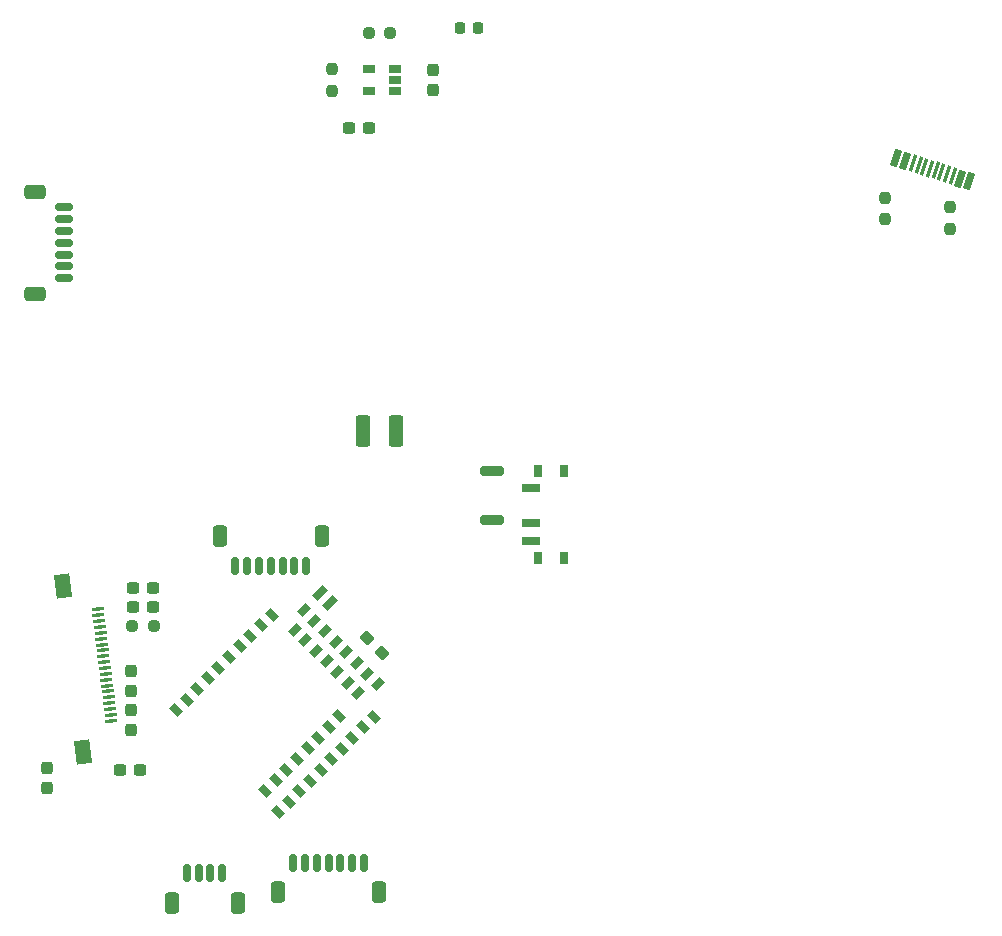
<source format=gbp>
%TF.GenerationSoftware,KiCad,Pcbnew,(5.99.0-12380-gca33ec05df)*%
%TF.CreationDate,2021-09-27T09:59:53+10:00*%
%TF.ProjectId,anaphase,616e6170-6861-4736-952e-6b696361645f,rev?*%
%TF.SameCoordinates,Original*%
%TF.FileFunction,Paste,Bot*%
%TF.FilePolarity,Positive*%
%FSLAX46Y46*%
G04 Gerber Fmt 4.6, Leading zero omitted, Abs format (unit mm)*
G04 Created by KiCad (PCBNEW (5.99.0-12380-gca33ec05df)) date 2021-09-27 09:59:53*
%MOMM*%
%LPD*%
G01*
G04 APERTURE LIST*
G04 Aperture macros list*
%AMRoundRect*
0 Rectangle with rounded corners*
0 $1 Rounding radius*
0 $2 $3 $4 $5 $6 $7 $8 $9 X,Y pos of 4 corners*
0 Add a 4 corners polygon primitive as box body*
4,1,4,$2,$3,$4,$5,$6,$7,$8,$9,$2,$3,0*
0 Add four circle primitives for the rounded corners*
1,1,$1+$1,$2,$3*
1,1,$1+$1,$4,$5*
1,1,$1+$1,$6,$7*
1,1,$1+$1,$8,$9*
0 Add four rect primitives between the rounded corners*
20,1,$1+$1,$2,$3,$4,$5,0*
20,1,$1+$1,$4,$5,$6,$7,0*
20,1,$1+$1,$6,$7,$8,$9,0*
20,1,$1+$1,$8,$9,$2,$3,0*%
%AMRotRect*
0 Rectangle, with rotation*
0 The origin of the aperture is its center*
0 $1 length*
0 $2 width*
0 $3 Rotation angle, in degrees counterclockwise*
0 Add horizontal line*
21,1,$1,$2,0,0,$3*%
G04 Aperture macros list end*
%ADD10RoundRect,0.237500X0.237500X-0.300000X0.237500X0.300000X-0.237500X0.300000X-0.237500X-0.300000X0*%
%ADD11R,1.060000X0.650000*%
%ADD12RoundRect,0.237500X-0.300000X-0.237500X0.300000X-0.237500X0.300000X0.237500X-0.300000X0.237500X0*%
%ADD13RoundRect,0.218750X-0.218750X-0.256250X0.218750X-0.256250X0.218750X0.256250X-0.218750X0.256250X0*%
%ADD14RoundRect,0.237500X0.250000X0.237500X-0.250000X0.237500X-0.250000X-0.237500X0.250000X-0.237500X0*%
%ADD15RoundRect,0.237500X-0.237500X0.250000X-0.237500X-0.250000X0.237500X-0.250000X0.237500X0.250000X0*%
%ADD16RoundRect,0.150000X-0.625000X0.150000X-0.625000X-0.150000X0.625000X-0.150000X0.625000X0.150000X0*%
%ADD17RoundRect,0.250000X-0.650000X0.350000X-0.650000X-0.350000X0.650000X-0.350000X0.650000X0.350000X0*%
%ADD18RotRect,0.600000X1.200000X135.000000*%
%ADD19RoundRect,0.150000X-0.150000X-0.625000X0.150000X-0.625000X0.150000X0.625000X-0.150000X0.625000X0*%
%ADD20RoundRect,0.250000X-0.350000X-0.650000X0.350000X-0.650000X0.350000X0.650000X-0.350000X0.650000X0*%
%ADD21RotRect,0.650000X1.000000X225.000000*%
%ADD22RotRect,0.650000X1.000000X135.000000*%
%ADD23RoundRect,0.237500X0.300000X0.237500X-0.300000X0.237500X-0.300000X-0.237500X0.300000X-0.237500X0*%
%ADD24RotRect,0.600000X1.450000X342.000000*%
%ADD25RotRect,0.300000X1.450000X342.000000*%
%ADD26RoundRect,0.237500X0.371231X-0.035355X-0.035355X0.371231X-0.371231X0.035355X0.035355X-0.371231X0*%
%ADD27RoundRect,0.150000X0.150000X0.625000X-0.150000X0.625000X-0.150000X-0.625000X0.150000X-0.625000X0*%
%ADD28RoundRect,0.250000X0.350000X0.650000X-0.350000X0.650000X-0.350000X-0.650000X0.350000X-0.650000X0*%
%ADD29RoundRect,0.237500X-0.237500X0.300000X-0.237500X-0.300000X0.237500X-0.300000X0.237500X0.300000X0*%
%ADD30RoundRect,0.200000X-0.800000X0.200000X-0.800000X-0.200000X0.800000X-0.200000X0.800000X0.200000X0*%
%ADD31RotRect,0.300000X1.000000X97.000000*%
%ADD32RotRect,2.000000X1.300000X97.000000*%
%ADD33RoundRect,0.250000X0.375000X1.075000X-0.375000X1.075000X-0.375000X-1.075000X0.375000X-1.075000X0*%
%ADD34RoundRect,0.237500X-0.250000X-0.237500X0.250000X-0.237500X0.250000X0.237500X-0.250000X0.237500X0*%
%ADD35R,0.800000X1.000000*%
%ADD36R,1.500000X0.700000*%
G04 APERTURE END LIST*
D10*
%TO.C,C8*%
X109900000Y-104662500D03*
X109900000Y-102937500D03*
%TD*%
D11*
%TO.C,U4*%
X132200000Y-51950000D03*
X132200000Y-52900000D03*
X132200000Y-53850000D03*
X130000000Y-53850000D03*
X130000000Y-51950000D03*
%TD*%
D12*
%TO.C,C2*%
X128337500Y-57000000D03*
X130062500Y-57000000D03*
%TD*%
D13*
%TO.C,D2*%
X137712500Y-48500000D03*
X139287500Y-48500000D03*
%TD*%
D14*
%TO.C,R8*%
X131812500Y-48900000D03*
X129987500Y-48900000D03*
%TD*%
D15*
%TO.C,R4*%
X179200000Y-63687500D03*
X179200000Y-65512500D03*
%TD*%
D16*
%TO.C,J6*%
X104225000Y-63700000D03*
X104225000Y-64700000D03*
X104225000Y-65700000D03*
X104225000Y-66700000D03*
X104225000Y-67700000D03*
X104225000Y-68700000D03*
X104225000Y-69700000D03*
D17*
X101700000Y-71000000D03*
X101700000Y-62400000D03*
%TD*%
D18*
%TO.C,Y2*%
X126724264Y-97224264D03*
X125875736Y-96375736D03*
%TD*%
D19*
%TO.C,J12*%
X114600000Y-120075000D03*
X115600000Y-120075000D03*
X116600000Y-120075000D03*
X117600000Y-120075000D03*
D20*
X118900000Y-122600000D03*
X113300000Y-122600000D03*
%TD*%
D21*
%TO.C,U2*%
X113683586Y-106262842D03*
X114581612Y-105364816D03*
X115479638Y-104466791D03*
X116377663Y-103568765D03*
X117275689Y-102670739D03*
X118173715Y-101772714D03*
X119071740Y-100874688D03*
X119969766Y-99976662D03*
X120867791Y-99078637D03*
X121765817Y-98180611D03*
D22*
X124500906Y-97777560D03*
X123741473Y-99437847D03*
X125398932Y-98675586D03*
X124639499Y-100335873D03*
X126296957Y-99573612D03*
X125537525Y-101233898D03*
X127194983Y-100471637D03*
X126435550Y-102131924D03*
X128093008Y-101369663D03*
X127333576Y-103029950D03*
X128991034Y-102267688D03*
X128231601Y-103927975D03*
X129889060Y-103165714D03*
X129129627Y-104826001D03*
X130787085Y-104063740D03*
D21*
X130419390Y-106834184D03*
X129521364Y-107732210D03*
X127513181Y-106801657D03*
X128623339Y-108630235D03*
X126615155Y-107699683D03*
X127725313Y-109528261D03*
X125717130Y-108597708D03*
X126827287Y-110426286D03*
X124819104Y-109495734D03*
X125929262Y-111324312D03*
X123921078Y-110393760D03*
X125031236Y-112222338D03*
X123023053Y-111291785D03*
X124133210Y-113120363D03*
X122125027Y-112189811D03*
X123235185Y-114018389D03*
X121227002Y-113087836D03*
X122337159Y-114916415D03*
%TD*%
D10*
%TO.C,C16*%
X102800000Y-112862500D03*
X102800000Y-111137500D03*
%TD*%
D23*
%TO.C,C10*%
X111762500Y-97500000D03*
X110037500Y-97500000D03*
%TD*%
D19*
%TO.C,J10*%
X123600000Y-119175000D03*
X124600000Y-119175000D03*
X125600000Y-119175000D03*
X126600000Y-119175000D03*
X127600000Y-119175000D03*
X128600000Y-119175000D03*
X129600000Y-119175000D03*
D20*
X122300000Y-121700000D03*
X130900000Y-121700000D03*
%TD*%
D15*
%TO.C,R6*%
X126900000Y-51987500D03*
X126900000Y-53812500D03*
%TD*%
D24*
%TO.C,J2*%
X174669093Y-59492718D03*
X175429938Y-59739932D03*
D25*
X176571206Y-60110752D03*
X177522262Y-60419769D03*
X177997790Y-60574278D03*
X178948847Y-60883295D03*
D24*
X180090115Y-61254115D03*
X180850960Y-61501329D03*
X180850960Y-61501329D03*
X180090115Y-61254115D03*
D25*
X179424375Y-61037803D03*
X178473319Y-60728786D03*
X177046734Y-60265261D03*
X176095677Y-59956244D03*
D24*
X175429938Y-59739932D03*
X174669093Y-59492718D03*
%TD*%
D23*
%TO.C,C14*%
X110662500Y-111300000D03*
X108937500Y-111300000D03*
%TD*%
D26*
%TO.C,L2*%
X131118718Y-101418718D03*
X129881282Y-100181282D03*
%TD*%
D10*
%TO.C,C6*%
X109900000Y-107962500D03*
X109900000Y-106237500D03*
%TD*%
D27*
%TO.C,J8*%
X124700000Y-94025000D03*
X123700000Y-94025000D03*
X122700000Y-94025000D03*
X121700000Y-94025000D03*
X120700000Y-94025000D03*
X119700000Y-94025000D03*
X118700000Y-94025000D03*
D28*
X117400000Y-91500000D03*
X126000000Y-91500000D03*
%TD*%
D29*
%TO.C,C4*%
X135400000Y-52037500D03*
X135400000Y-53762500D03*
%TD*%
D15*
%TO.C,R2*%
X173700000Y-62887500D03*
X173700000Y-64712500D03*
%TD*%
D30*
%TO.C,SW3*%
X140400000Y-86000000D03*
X140400000Y-90200000D03*
%TD*%
D31*
%TO.C,J4*%
X108208879Y-107164594D03*
X108147945Y-106668321D03*
X108087010Y-106172048D03*
X108026075Y-105675775D03*
X107965141Y-105179502D03*
X107904206Y-104683229D03*
X107843271Y-104186956D03*
X107782337Y-103690683D03*
X107721402Y-103194410D03*
X107660467Y-102698137D03*
X107599533Y-102201863D03*
X107538598Y-101705590D03*
X107477663Y-101209317D03*
X107416729Y-100713044D03*
X107355794Y-100216771D03*
X107294859Y-99720498D03*
X107233925Y-99224225D03*
X107172990Y-98727952D03*
X107112055Y-98231679D03*
X107051121Y-97735406D03*
D32*
X104090947Y-95781597D03*
X105809304Y-109776498D03*
%TD*%
D23*
%TO.C,C12*%
X111762500Y-95900000D03*
X110037500Y-95900000D03*
%TD*%
D33*
%TO.C,J16*%
X132300000Y-82600000D03*
X129500000Y-82600000D03*
%TD*%
D34*
%TO.C,R10*%
X109987500Y-99100000D03*
X111812500Y-99100000D03*
%TD*%
D35*
%TO.C,SW1*%
X146555000Y-93350000D03*
X144345000Y-93350000D03*
X146555000Y-86050000D03*
X144345000Y-86050000D03*
D36*
X143695000Y-87450000D03*
X143695000Y-90450000D03*
X143695000Y-91950000D03*
%TD*%
M02*

</source>
